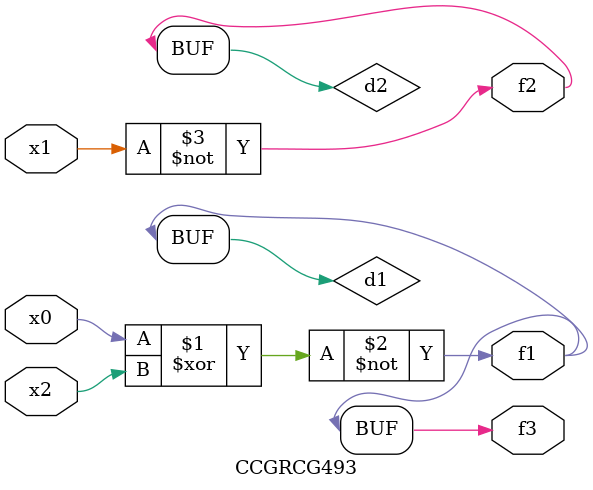
<source format=v>
module CCGRCG493(
	input x0, x1, x2,
	output f1, f2, f3
);

	wire d1, d2, d3;

	xnor (d1, x0, x2);
	nand (d2, x1);
	nor (d3, x1, x2);
	assign f1 = d1;
	assign f2 = d2;
	assign f3 = d1;
endmodule

</source>
